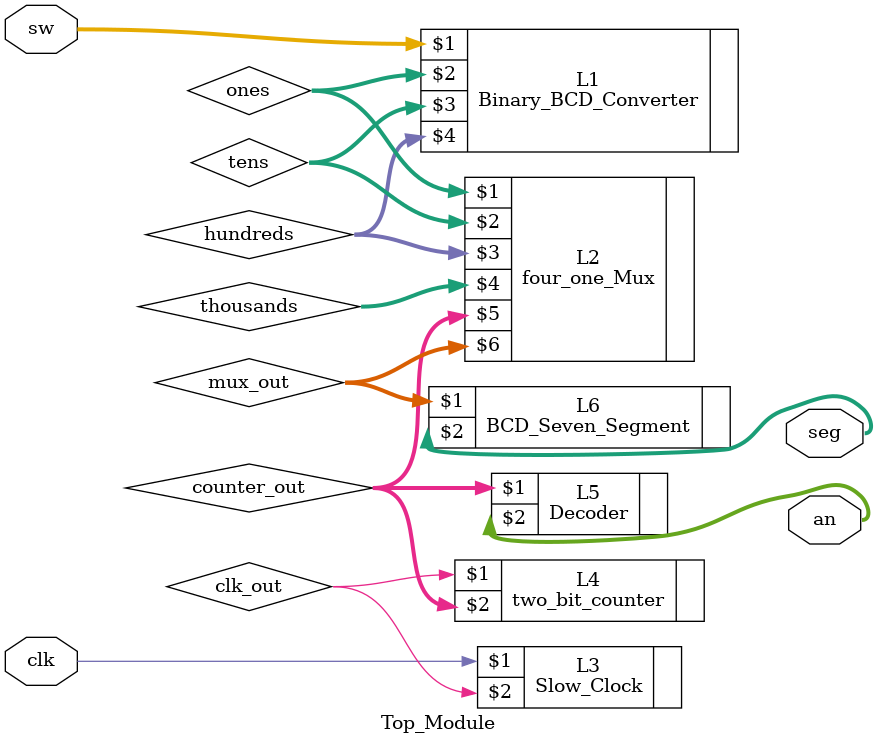
<source format=v>
`timescale 1ns / 1ps


module Top_Module(
    input clk,
    input [7:0] sw,
    output [3:0] an,
    output [6:0] seg
    );
    wire clk_out; 
    wire [1:0] counter_out;
    wire [3:0] mux_out;
    wire [3:0] ones, tens,hundreds, thousands;
//    parameter zeros = 4'b0000;
    
    Binary_BCD_Converter L1(sw, ones, tens, hundreds);
    four_one_Mux L2(ones, tens, hundreds, thousands,  counter_out, mux_out);
    Slow_Clock L3(clk, clk_out); 
    two_bit_counter L4(clk_out, counter_out);
    Decoder L5(counter_out, an);
    BCD_Seven_Segment L6(mux_out, seg);
endmodule

</source>
